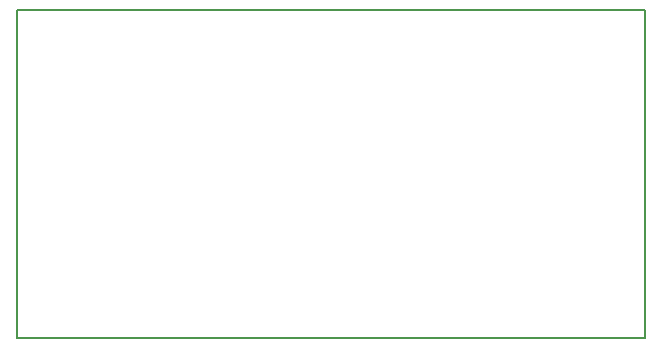
<source format=gm1>
G04 MADE WITH FRITZING*
G04 WWW.FRITZING.ORG*
G04 DOUBLE SIDED*
G04 HOLES PLATED*
G04 CONTOUR ON CENTER OF CONTOUR VECTOR*
%ASAXBY*%
%FSLAX23Y23*%
%MOIN*%
%OFA0B0*%
%SFA1.0B1.0*%
%ADD10R,2.100320X1.100870*%
%ADD11C,0.008000*%
%ADD10C,0.008*%
%LNCONTOUR*%
G90*
G70*
G54D10*
G54D11*
X4Y1097D02*
X2096Y1097D01*
X2096Y4D01*
X4Y4D01*
X4Y1097D01*
D02*
G04 End of contour*
M02*
</source>
